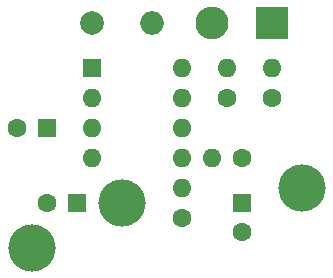
<source format=gbr>
G04 #@! TF.FileFunction,Copper,L2,Bot,Signal*
%FSLAX46Y46*%
G04 Gerber Fmt 4.6, Leading zero omitted, Abs format (unit mm)*
G04 Created by KiCad (PCBNEW 4.0.7) date 12/27/17 22:58:13*
%MOMM*%
%LPD*%
G01*
G04 APERTURE LIST*
%ADD10C,0.100000*%
%ADD11R,1.600000X1.600000*%
%ADD12O,1.600000X1.600000*%
%ADD13C,1.600000*%
%ADD14R,2.800000X2.800000*%
%ADD15O,2.800000X2.800000*%
%ADD16C,4.000500*%
%ADD17C,2.000000*%
%ADD18O,2.000000X2.000000*%
G04 APERTURE END LIST*
D10*
D11*
X111760000Y-104140000D03*
D12*
X119380000Y-111760000D03*
X111760000Y-106680000D03*
X119380000Y-109220000D03*
X111760000Y-109220000D03*
X119380000Y-106680000D03*
X111760000Y-111760000D03*
X119380000Y-104140000D03*
D11*
X107950000Y-109220000D03*
D13*
X105450000Y-109220000D03*
D11*
X110490000Y-115570000D03*
D13*
X107990000Y-115570000D03*
D14*
X127000000Y-100330000D03*
D15*
X121920000Y-100330000D03*
D11*
X124460000Y-115570000D03*
D13*
X124460000Y-118070000D03*
D16*
X114300000Y-115570000D03*
X129540000Y-114300000D03*
X106680000Y-119380000D03*
D13*
X123190000Y-106680000D03*
D12*
X123190000Y-104140000D03*
D13*
X127000000Y-106680000D03*
D12*
X127000000Y-104140000D03*
D13*
X124460000Y-111760000D03*
D12*
X121920000Y-111760000D03*
D13*
X119380000Y-116840000D03*
D12*
X119380000Y-114300000D03*
D17*
X111760000Y-100330000D03*
D18*
X116840000Y-100330000D03*
M02*

</source>
